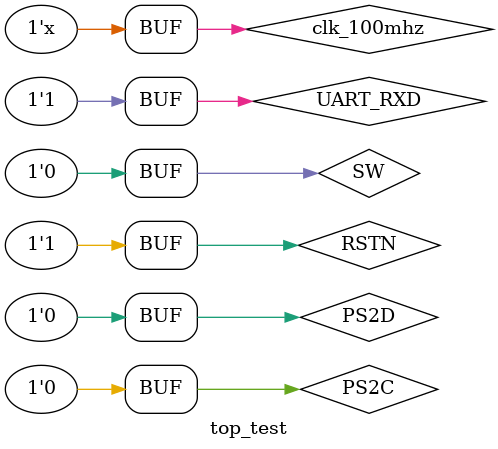
<source format=v>
`timescale 1ns / 1ps


module top_test;

	// Inputs
	reg clk_100mhz;
	reg RSTN;
	reg PS2C;
	reg PS2D;
	reg [0:0] SW;
	reg UART_RXD;

	// Outputs
	wire [3:0] Red;
	wire [3:0] Green;
	wire [3:0] Blue;
	wire hsync;
	wire vsync;
	wire [19:0] SRAM_ADDR;
	wire SRAM_CE;
	wire SRAM_OEN;
	wire SRAM_WEN;
	wire TRI_LED0_B;
	wire TRI_LED0_G;
	wire TRI_LED0_R;
	wire TRI_LED1_B;
	wire TRI_LED1_G;
	wire TRI_LED1_R;
	wire SEGLED_CLK;
	wire SEGLED_CLR;
	wire SEGLED_DO;
	wire SEGLED_PEN;
	wire LED_CLK;
	wire LED_CLR;
	wire LED_DO;
	wire LED_PEN;
	wire UART_TXD;

	// Bidirs
	wire [47:0] SRAM_DQ;

	// Instantiate the Unit Under Test (UUT)
	SimpleOS uut (
		.clk_100mhz(clk_100mhz), 
		.RSTN(RSTN), 
		.PS2C(PS2C), 
		.PS2D(PS2D), 
		.SW(SW), 
		.Red(Red), 
		.Green(Green), 
		.Blue(Blue), 
		.hsync(hsync), 
		.vsync(vsync), 
		.SRAM_ADDR(SRAM_ADDR), 
		.SRAM_CE(SRAM_CE), 
		.SRAM_OEN(SRAM_OEN), 
		.SRAM_WEN(SRAM_WEN), 
		.SRAM_DQ(SRAM_DQ), 
		.TRI_LED0_B(TRI_LED0_B), 
		.TRI_LED0_G(TRI_LED0_G), 
		.TRI_LED0_R(TRI_LED0_R), 
		.TRI_LED1_B(TRI_LED1_B), 
		.TRI_LED1_G(TRI_LED1_G), 
		.TRI_LED1_R(TRI_LED1_R), 
		.SEGLED_CLK(SEGLED_CLK), 
		.SEGLED_CLR(SEGLED_CLR), 
		.SEGLED_DO(SEGLED_DO), 
		.SEGLED_PEN(SEGLED_PEN), 
		.LED_CLK(LED_CLK), 
		.LED_CLR(LED_CLR), 
		.LED_DO(LED_DO), 
		.LED_PEN(LED_PEN), 
		.UART_RXD(UART_RXD), 
		.UART_TXD(UART_TXD)
	);

	initial begin
		// Initialize Inputs
		clk_100mhz = 0;
		RSTN = 0;
		PS2C = 0;
		PS2D = 0;
		SW = 0;
		UART_RXD = 1;

		// Wait 100 ns for global reset to finish
		#100;
        
		// Add stimulus here
        RSTN = 1;

	end

    always begin
        #4 clk_100mhz = ~clk_100mhz;
    end
      
endmodule


</source>
